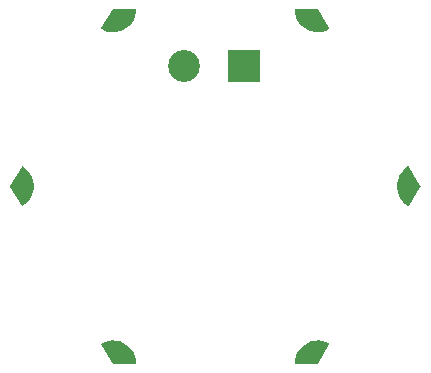
<source format=gbr>
G04 EAGLE Gerber RS-274X export*
G75*
%MOMM*%
%FSLAX34Y34*%
%LPD*%
%INSoldermask Bottom*%
%IPPOS*%
%AMOC8*
5,1,8,0,0,1.08239X$1,22.5*%
G01*
%ADD10C,1.101600*%
%ADD11C,2.701600*%
%ADD12R,2.701600X2.701600*%

G36*
X509929Y329213D02*
X509929Y329213D01*
X510000Y329213D01*
X510027Y329224D01*
X510056Y329227D01*
X510118Y329262D01*
X510183Y329290D01*
X510204Y329310D01*
X510229Y329325D01*
X510292Y329402D01*
X510322Y329432D01*
X510326Y329442D01*
X510335Y329453D01*
X519835Y345953D01*
X519845Y345985D01*
X519854Y345998D01*
X519858Y346022D01*
X519859Y346026D01*
X519890Y346096D01*
X519890Y346120D01*
X519898Y346142D01*
X519892Y346218D01*
X519893Y346295D01*
X519883Y346319D01*
X519882Y346340D01*
X519861Y346379D01*
X519835Y346451D01*
X510335Y362951D01*
X510316Y362973D01*
X510303Y362999D01*
X510250Y363047D01*
X510203Y363100D01*
X510177Y363113D01*
X510156Y363132D01*
X510088Y363155D01*
X510024Y363186D01*
X509995Y363188D01*
X509968Y363197D01*
X509896Y363192D01*
X509825Y363195D01*
X509798Y363185D01*
X509769Y363183D01*
X509679Y363141D01*
X509639Y363126D01*
X509631Y363119D01*
X509618Y363113D01*
X507095Y361371D01*
X507071Y361347D01*
X507033Y361320D01*
X504821Y359196D01*
X504802Y359168D01*
X504768Y359136D01*
X502926Y356685D01*
X502912Y356654D01*
X502883Y356617D01*
X501458Y353902D01*
X501449Y353871D01*
X501433Y353846D01*
X501432Y353838D01*
X501427Y353828D01*
X500456Y350920D01*
X500452Y350886D01*
X500437Y350842D01*
X499945Y347815D01*
X499946Y347781D01*
X499938Y347735D01*
X499938Y344669D01*
X499939Y344665D01*
X499939Y344663D01*
X499945Y344636D01*
X499945Y344589D01*
X500437Y341562D01*
X500449Y341531D01*
X500456Y341484D01*
X501427Y338576D01*
X501444Y338547D01*
X501458Y338502D01*
X502883Y335787D01*
X502905Y335761D01*
X502926Y335719D01*
X504768Y333268D01*
X504793Y333245D01*
X504821Y333208D01*
X507033Y331084D01*
X507061Y331066D01*
X507095Y331033D01*
X509618Y329291D01*
X509645Y329280D01*
X509667Y329261D01*
X509736Y329241D01*
X509801Y329213D01*
X509830Y329213D01*
X509858Y329205D01*
X509929Y329213D01*
G37*
G36*
X182508Y329212D02*
X182508Y329212D01*
X182579Y329209D01*
X182606Y329219D01*
X182635Y329221D01*
X182725Y329263D01*
X182765Y329278D01*
X182773Y329285D01*
X182786Y329291D01*
X185309Y331033D01*
X185333Y331057D01*
X185371Y331084D01*
X187583Y333208D01*
X187602Y333236D01*
X187636Y333268D01*
X189478Y335719D01*
X189492Y335750D01*
X189521Y335787D01*
X190946Y338502D01*
X190955Y338535D01*
X190977Y338576D01*
X191948Y341484D01*
X191952Y341518D01*
X191967Y341562D01*
X192459Y344589D01*
X192458Y344623D01*
X192466Y344669D01*
X192466Y347735D01*
X192459Y347768D01*
X192459Y347815D01*
X191967Y350842D01*
X191955Y350873D01*
X191948Y350920D01*
X190977Y353828D01*
X190964Y353851D01*
X190958Y353876D01*
X190951Y353885D01*
X190946Y353902D01*
X189521Y356617D01*
X189499Y356643D01*
X189478Y356685D01*
X187636Y359136D01*
X187611Y359159D01*
X187583Y359196D01*
X185371Y361320D01*
X185343Y361338D01*
X185309Y361371D01*
X182786Y363113D01*
X182759Y363124D01*
X182737Y363143D01*
X182668Y363163D01*
X182603Y363191D01*
X182574Y363191D01*
X182546Y363199D01*
X182475Y363191D01*
X182404Y363192D01*
X182377Y363180D01*
X182348Y363177D01*
X182286Y363142D01*
X182221Y363114D01*
X182200Y363094D01*
X182175Y363079D01*
X182112Y363002D01*
X182082Y362972D01*
X182078Y362962D01*
X182069Y362951D01*
X172569Y346451D01*
X172545Y346378D01*
X172514Y346308D01*
X172514Y346284D01*
X172506Y346262D01*
X172513Y346186D01*
X172512Y346109D01*
X172521Y346085D01*
X172522Y346064D01*
X172543Y346025D01*
X172562Y345973D01*
X172563Y345967D01*
X172565Y345965D01*
X172569Y345953D01*
X182069Y329453D01*
X182088Y329431D01*
X182101Y329405D01*
X182154Y329357D01*
X182201Y329304D01*
X182227Y329291D01*
X182249Y329272D01*
X182316Y329249D01*
X182380Y329218D01*
X182409Y329217D01*
X182436Y329207D01*
X182508Y329212D01*
G37*
G36*
X432878Y195718D02*
X432878Y195718D01*
X432956Y195727D01*
X432975Y195738D01*
X432997Y195742D01*
X433061Y195786D01*
X433129Y195825D01*
X433145Y195844D01*
X433161Y195855D01*
X433185Y195893D01*
X433235Y195953D01*
X442735Y212453D01*
X442744Y212480D01*
X442760Y212504D01*
X442775Y212574D01*
X442798Y212642D01*
X442795Y212670D01*
X442801Y212698D01*
X442788Y212769D01*
X442782Y212840D01*
X442769Y212865D01*
X442763Y212893D01*
X442723Y212953D01*
X442690Y213016D01*
X442668Y213034D01*
X442652Y213058D01*
X442569Y213116D01*
X442537Y213143D01*
X442526Y213146D01*
X442516Y213153D01*
X439750Y214462D01*
X439717Y214470D01*
X439674Y214490D01*
X436734Y215338D01*
X436700Y215341D01*
X436656Y215354D01*
X433618Y215719D01*
X433584Y215716D01*
X433537Y215722D01*
X430480Y215595D01*
X430447Y215587D01*
X430400Y215586D01*
X427403Y214970D01*
X427372Y214957D01*
X427326Y214948D01*
X424466Y213859D01*
X424438Y213841D01*
X424394Y213825D01*
X421746Y212291D01*
X421720Y212269D01*
X421680Y212246D01*
X419312Y210308D01*
X419290Y210281D01*
X419254Y210252D01*
X417227Y207959D01*
X417211Y207930D01*
X417179Y207895D01*
X415547Y205307D01*
X415535Y205275D01*
X415510Y205236D01*
X414314Y202419D01*
X414307Y202386D01*
X414304Y202379D01*
X414300Y202373D01*
X414299Y202367D01*
X414288Y202343D01*
X413560Y199371D01*
X413558Y199337D01*
X413547Y199292D01*
X413304Y196242D01*
X413308Y196213D01*
X413303Y196185D01*
X413320Y196116D01*
X413328Y196044D01*
X413343Y196020D01*
X413349Y195992D01*
X413392Y195934D01*
X413428Y195872D01*
X413450Y195855D01*
X413467Y195832D01*
X413529Y195795D01*
X413586Y195752D01*
X413614Y195745D01*
X413638Y195730D01*
X413738Y195714D01*
X413779Y195703D01*
X413789Y195705D01*
X413802Y195703D01*
X432802Y195703D01*
X432878Y195718D01*
G37*
G36*
X433571Y476687D02*
X433571Y476687D01*
X433618Y476685D01*
X436656Y477050D01*
X436688Y477061D01*
X436734Y477066D01*
X439674Y477914D01*
X439704Y477930D01*
X439750Y477942D01*
X442516Y479251D01*
X442538Y479268D01*
X442565Y479278D01*
X442617Y479327D01*
X442675Y479370D01*
X442689Y479395D01*
X442710Y479414D01*
X442739Y479480D01*
X442775Y479542D01*
X442778Y479570D01*
X442790Y479596D01*
X442791Y479668D01*
X442800Y479739D01*
X442792Y479766D01*
X442793Y479795D01*
X442757Y479890D01*
X442746Y479930D01*
X442739Y479939D01*
X442735Y479951D01*
X433235Y496451D01*
X433183Y496510D01*
X433137Y496572D01*
X433118Y496583D01*
X433103Y496600D01*
X433033Y496634D01*
X432966Y496674D01*
X432942Y496678D01*
X432924Y496686D01*
X432879Y496688D01*
X432802Y496701D01*
X413802Y496701D01*
X413774Y496696D01*
X413746Y496698D01*
X413678Y496676D01*
X413607Y496662D01*
X413584Y496646D01*
X413557Y496637D01*
X413502Y496590D01*
X413443Y496549D01*
X413428Y496525D01*
X413407Y496507D01*
X413375Y496442D01*
X413336Y496382D01*
X413331Y496354D01*
X413319Y496328D01*
X413310Y496227D01*
X413303Y496185D01*
X413305Y496175D01*
X413304Y496162D01*
X413547Y493112D01*
X413556Y493080D01*
X413560Y493033D01*
X414288Y490061D01*
X414303Y490030D01*
X414314Y489985D01*
X415510Y487168D01*
X415529Y487140D01*
X415547Y487097D01*
X417179Y484509D01*
X417203Y484485D01*
X417227Y484445D01*
X419254Y482152D01*
X419281Y482132D01*
X419312Y482096D01*
X421680Y480158D01*
X421710Y480142D01*
X421746Y480113D01*
X424394Y478580D01*
X424426Y478569D01*
X424466Y478545D01*
X427326Y477457D01*
X427359Y477451D01*
X427403Y477434D01*
X430400Y476818D01*
X430434Y476818D01*
X430480Y476809D01*
X433537Y476682D01*
X433571Y476687D01*
G37*
G36*
X278630Y195708D02*
X278630Y195708D01*
X278658Y195706D01*
X278726Y195728D01*
X278797Y195742D01*
X278820Y195758D01*
X278847Y195767D01*
X278902Y195814D01*
X278961Y195855D01*
X278976Y195879D01*
X278998Y195897D01*
X279029Y195962D01*
X279068Y196022D01*
X279073Y196050D01*
X279085Y196076D01*
X279094Y196177D01*
X279101Y196219D01*
X279099Y196229D01*
X279100Y196242D01*
X278857Y199292D01*
X278848Y199324D01*
X278844Y199371D01*
X278116Y202343D01*
X278101Y202374D01*
X278090Y202419D01*
X276894Y205236D01*
X276875Y205264D01*
X276857Y205307D01*
X275225Y207895D01*
X275201Y207919D01*
X275177Y207959D01*
X273150Y210252D01*
X273123Y210272D01*
X273092Y210308D01*
X270725Y212246D01*
X270694Y212262D01*
X270658Y212291D01*
X268010Y213825D01*
X267978Y213835D01*
X267938Y213859D01*
X265078Y214948D01*
X265045Y214953D01*
X265001Y214970D01*
X262004Y215586D01*
X261970Y215586D01*
X261924Y215595D01*
X258867Y215722D01*
X258833Y215717D01*
X258786Y215719D01*
X255748Y215354D01*
X255716Y215343D01*
X255670Y215338D01*
X252730Y214490D01*
X252700Y214474D01*
X252655Y214462D01*
X249889Y213153D01*
X249866Y213136D01*
X249839Y213126D01*
X249787Y213077D01*
X249729Y213034D01*
X249715Y213009D01*
X249694Y212990D01*
X249665Y212924D01*
X249629Y212862D01*
X249626Y212834D01*
X249614Y212808D01*
X249613Y212736D01*
X249604Y212665D01*
X249612Y212638D01*
X249612Y212609D01*
X249647Y212514D01*
X249658Y212474D01*
X249665Y212465D01*
X249669Y212453D01*
X259169Y195953D01*
X259221Y195895D01*
X259267Y195832D01*
X259286Y195821D01*
X259301Y195804D01*
X259371Y195770D01*
X259438Y195730D01*
X259463Y195726D01*
X259480Y195718D01*
X259525Y195716D01*
X259602Y195703D01*
X278602Y195703D01*
X278630Y195708D01*
G37*
G36*
X261924Y476809D02*
X261924Y476809D01*
X261957Y476817D01*
X262004Y476818D01*
X265001Y477434D01*
X265032Y477447D01*
X265078Y477457D01*
X267938Y478545D01*
X267967Y478563D01*
X268010Y478580D01*
X270658Y480113D01*
X270684Y480135D01*
X270725Y480158D01*
X273092Y482096D01*
X273114Y482123D01*
X273150Y482152D01*
X275177Y484445D01*
X275194Y484474D01*
X275225Y484509D01*
X276857Y487097D01*
X276869Y487129D01*
X276894Y487168D01*
X278090Y489985D01*
X278097Y490018D01*
X278116Y490061D01*
X278844Y493033D01*
X278846Y493067D01*
X278857Y493112D01*
X279100Y496162D01*
X279096Y496191D01*
X279101Y496219D01*
X279084Y496288D01*
X279076Y496360D01*
X279062Y496384D01*
X279055Y496412D01*
X279012Y496470D01*
X278977Y496532D01*
X278954Y496549D01*
X278937Y496572D01*
X278875Y496609D01*
X278818Y496652D01*
X278790Y496659D01*
X278766Y496674D01*
X278666Y496690D01*
X278625Y496701D01*
X278615Y496699D01*
X278602Y496701D01*
X259602Y496701D01*
X259526Y496686D01*
X259448Y496677D01*
X259429Y496666D01*
X259407Y496662D01*
X259343Y496618D01*
X259275Y496579D01*
X259259Y496560D01*
X259243Y496549D01*
X259219Y496511D01*
X259169Y496451D01*
X249669Y479951D01*
X249660Y479924D01*
X249644Y479900D01*
X249629Y479830D01*
X249606Y479762D01*
X249609Y479734D01*
X249603Y479706D01*
X249617Y479636D01*
X249622Y479564D01*
X249635Y479539D01*
X249641Y479511D01*
X249681Y479451D01*
X249714Y479388D01*
X249736Y479370D01*
X249752Y479346D01*
X249835Y479288D01*
X249867Y479261D01*
X249878Y479258D01*
X249889Y479251D01*
X252655Y477942D01*
X252688Y477934D01*
X252730Y477914D01*
X255670Y477066D01*
X255704Y477063D01*
X255748Y477050D01*
X258786Y476685D01*
X258820Y476688D01*
X258867Y476682D01*
X261924Y476809D01*
G37*
D10*
X428802Y489302D03*
X511402Y346202D03*
X428802Y203102D03*
X263602Y203102D03*
X181002Y346202D03*
X263602Y489302D03*
D11*
X319600Y448500D03*
D12*
X370400Y448500D03*
M02*

</source>
